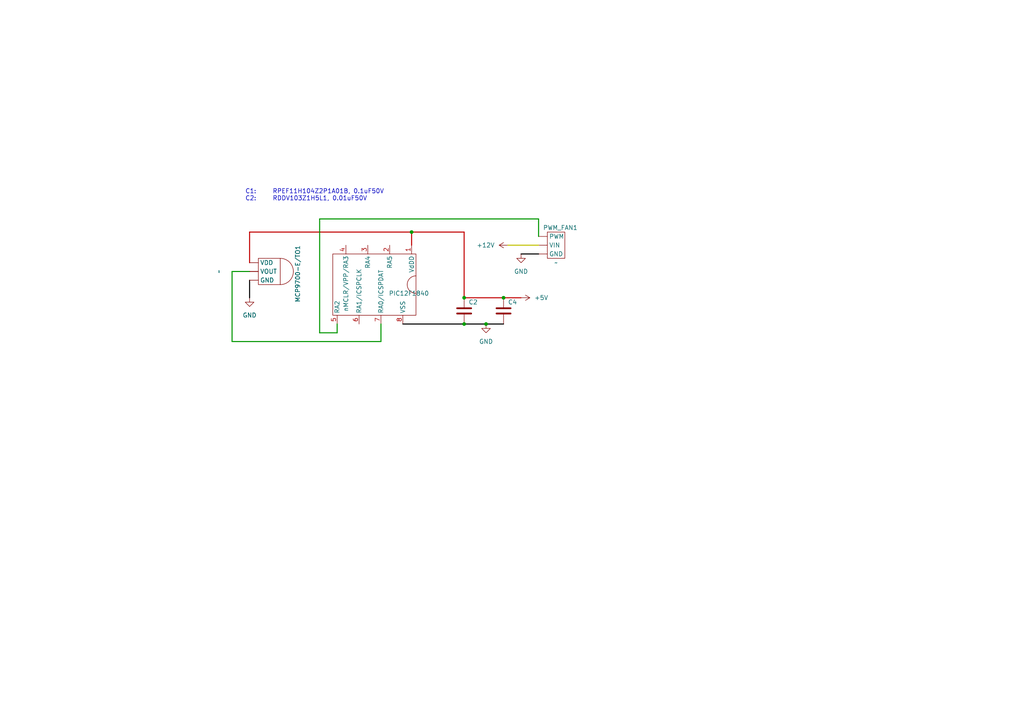
<source format=kicad_sch>
(kicad_sch (version 20230121) (generator eeschema)
  (paper "A4")
  (lib_symbols
    (symbol "Device:C" (pin_numbers hide) (pin_names (offset 0.254))
      (property "Reference" "C" (at 0.635 2.54 0))
      (property "Value" "C" (at 0.635 -2.54 0))
      (symbol "C_0_1"
        (polyline (pts (xy -2.032 -0.762) (xy 2.032 -0.762)) (stroke (width 0.508)))
        (polyline (pts (xy -2.032 0.762) (xy 2.032 0.762)) (stroke (width 0.508)))
      )
      (symbol "C_1_1"
        (pin passive line (at 0 3.81 270) (length 2.794) (name "~") (number "1"))
        (pin passive line (at 0 -3.81 90) (length 2.794) (name "~") (number "2"))
      )
    )
    (symbol "Ore:MCP9700-E/TO"
      (property "Reference" "MCP9700-E/TO" (at 0 0 0))
      (symbol "MCP9700-E/TO_0_1"
        (rectangle (start -3.81 17.78) (end 3.81 11.43))
        (arc (start 0 21.59) (mid -2.6941 20.4741) (end -3.81 17.78))
        (arc (start 3.81 17.78) (mid 2.6941 20.4741) (end 0 21.59))
      )
      (symbol "MCP9700-E/TO_1_1"
        (pin power_out line (at 2.54 8.89 90) (length 2.54) (name "GND") (number ""))
        (pin power_in line (at -2.54 8.89 90) (length 2.54) (name "VDD") (number ""))
        (pin output line (at 0 8.89 90) (length 2.54) (name "VOUT") (number ""))
      )
    )
    (symbol "Ore:PIC12F1840"
      (property "Reference" "PIC12F1840" (at 0 0 0))
      (symbol "PIC12F1840_0_1"
        (rectangle (start -7.62 26.67) (end 10.16 2.54))
        (arc (start -1.27 26.67) (mid -0.5261 24.8739) (end 1.27 24.13))
        (arc (start 1.27 24.13) (mid 3.0661 24.8739) (end 3.81 26.67))
      )
      (symbol "PIC12F1840_1_1"
        (pin power_in line (at -10.16 25.4 0) (length 2.54) (name "VdDD") (number "1"))
        (pin bidirectional line (at -10.16 19.05 0) (length 2.54) (name "RA5") (number "2"))
        (pin bidirectional line (at -10.16 12.7 0) (length 2.54) (name "RA4") (number "3"))
        (pin bidirectional line (at -10.16 6.35 0) (length 2.54) (name "nMCLR/VPP/RA3") (number "4"))
        (pin bidirectional line (at 12.7 3.81 180) (length 2.54) (name "RA2") (number "5"))
        (pin bidirectional line (at 12.7 10.16 180) (length 2.54) (name "RA1/ICSPCLK") (number "6"))
        (pin bidirectional line (at 12.7 16.51 180) (length 2.54) (name "RA0/ICSPDAT") (number "7"))
        (pin power_out line (at 12.7 22.86 180) (length 2.54) (name "VSS") (number "8"))
      )
    )
    (symbol "Ore:PWM_FAN"
      (property "Reference" "PWM_FAN" (at 0 0 0))
      (symbol "PWM_FAN_0_1"
        (rectangle (start -2.54 8.89) (end 2.54 1.27))
      )
      (symbol "PWM_FAN_1_1"
        (pin input line (at -5.08 2.54 0) (length 2.54) (name "GND") (number ""))
        (pin input line (at -5.08 7.62 0) (length 2.54) (name "PWM") (number ""))
        (pin input line (at -5.08 5.08 0) (length 2.54) (name "VIN") (number ""))
      )
    )
    (symbol "power:+12V" (power) (pin_names (offset 0))
      (property "Value" "+12V" (at 0 3.556 0))
      (symbol "+12V_0_1"
        (polyline (pts (xy -0.762 1.27) (xy 0 2.54)))
        (polyline (pts (xy 0 0) (xy 0 2.54)))
        (polyline (pts (xy 0 2.54) (xy 0.762 1.27)))
      )
      (symbol "+12V_1_1"
        (pin power_in line (at 0 0 90) (length 0) hide (name "+12V") (number "1"))
      )
    )
    (symbol "power:+5V" (power) (pin_names (offset 0))
      (property "Value" "+5V" (at 0 3.556 0))
      (symbol "+5V_0_1"
        (polyline (pts (xy -0.762 1.27) (xy 0 2.54)))
        (polyline (pts (xy 0 0) (xy 0 2.54)))
        (polyline (pts (xy 0 2.54) (xy 0.762 1.27)))
      )
      (symbol "+5V_1_1"
        (pin power_in line (at 0 0 90) (length 0) hide (name "+5V") (number "1"))
      )
    )
    (symbol "power:GND" (power) (pin_names (offset 0))
      (property "Value" "GND" (at 0 -3.81 0))
      (symbol "GND_0_1"
        (polyline (pts (xy 0 0) (xy 0 -1.27) (xy 1.27 -1.27) (xy 0 -2.54) (xy -1.27 -1.27) (xy 0 -1.27)))
      )
      (symbol "GND_1_1"
        (pin power_in line (at 0 0 270) (length 0) hide (name "GND") (number "1"))
      )
    )
  )
  (junction (at 119.38 67.31))
  (junction (at 134.62 86.36))
  (junction (at 146.05 86.36))
  (junction (at 134.62 93.98))
  (junction (at 140.97 93.98))
  (wire (pts (xy 92.71 63.5) (xy 156.21 63.5)) (stroke (width 0.3)))
  (wire (pts (xy 67.31 99.06) (xy 110.49 99.06)) (stroke (width 0.3)))
  (wire (pts (xy 134.62 93.98) (xy 140.97 93.98)) (stroke (width 0.3) (color 0 0 0 1)))
  (wire (pts (xy 67.31 99.06) (xy 67.31 78.74)) (stroke (width 0.3)))
  (wire (pts (xy 119.38 67.31) (xy 72.39 67.31)) (stroke (width 0.3) (color 194 0 0 1)))
  (wire (pts (xy 110.49 93.98) (xy 110.49 99.06)) (stroke (width 0.3)))
  (wire (pts (xy 156.21 73.66) (xy 151.13 73.66)) (stroke (width 0.3) (color 0 0 0 1)))
  (wire (pts (xy 116.84 93.98) (xy 134.62 93.98)) (stroke (width 0.3) (color 0 0 0 1)))
  (wire (pts (xy 72.39 81.28) (xy 72.39 86.36)) (stroke (width 0.3) (color 0 0 0 1)))
  (wire (pts (xy 97.79 96.52) (xy 92.71 96.52)) (stroke (width 0.3)))
  (wire (pts (xy 119.38 67.31) (xy 119.38 71.12)) (stroke (width 0.3) (color 194 0 0 1)))
  (wire (pts (xy 97.79 93.98) (xy 97.79 96.52)) (stroke (width 0.3)))
  (wire (pts (xy 156.21 71.12) (xy 147.32 71.12)) (stroke (width 0.3) (color 194 194 0 1)))
  (wire (pts (xy 67.31 78.74) (xy 72.39 78.74)) (stroke (width 0.3)))
  (wire (pts (xy 72.39 67.31) (xy 72.39 76.2)) (stroke (width 0.3) (color 194 0 0 1)))
  (wire (pts (xy 134.62 86.36) (xy 134.62 67.31)) (stroke (width 0.3) (color 194 0 0 1)))
  (wire (pts (xy 146.05 86.36) (xy 134.62 86.36)) (stroke (width 0.3) (color 194 0 0 1)))
  (wire (pts (xy 146.05 86.36) (xy 151.13 86.36)) (stroke (width 0.3) (color 194 0 0 1)))
  (wire (pts (xy 140.97 93.98) (xy 146.05 93.98)) (stroke (width 0.3) (color 0 0 0 1)))
  (wire (pts (xy 156.21 63.5) (xy 156.21 68.58)) (stroke (width 0.3)))
  (wire (pts (xy 119.38 67.31) (xy 134.62 67.31)) (stroke (width 0.3) (color 194 0 0 1)))
  (wire (pts (xy 92.71 96.52) (xy 92.71 63.5)) (stroke (width 0.3)))
  (text "C1:     RPEF11H104Z2P1A01B, 0.1uF50V\nC2:     RDDV103Z1H5L1, 0.01uF50V" (at 71.12 58.42 0) (effects (font (size 1.27 1.27)) (justify left bottom)))
  (symbol (lib_id "power:+12V") (at 147.32 71.12 90) (mirror x) (unit 1)
    (property "Reference" "#PWR08" (effects hide))
    (property "Value" "+12V" (at 143.51 71.12 90) (effects (justify left)))
  )
  (symbol (lib_id "Ore:PWM_FAN") (at 161.29 76.2 0) (unit 1)
    (property "Reference" "PWM_FAN1" (at 157.48 66.04 0) (effects (justify left)))
    (property "Value" "~" (at 161.29 76.2 0))
  )
  (symbol (lib_id "power:GND") (at 72.39 86.36 0) (unit 1)
    (property "Reference" "#PWR01" (effects hide))
    (property "Value" "GND" (at 72.39 91.44 0))
  )
  (symbol (lib_id "power:GND") (at 140.97 93.98 0) (unit 1)
    (property "Reference" "#PWR05" (effects hide))
    (property "Value" "GND" (at 140.97 99.06 0))
  )
  (symbol (lib_id "Device:C") (at 134.62 90.17 0) (unit 1)
    (property "Reference" "C2" (at 135.89 87.63 0) (effects (justify left)))
    (property "Value" "C" (effects hide))
  )
  (symbol (lib_id "Device:C") (at 146.05 90.17 0) (unit 1)
    (property "Reference" "C4" (at 147.32 87.63 0) (effects (justify left)))
    (property "Value" "C" (effects hide))
  )
  (symbol (lib_id "Ore:PIC12F1840") (at 93.98 81.28 270) (unit 1)
    (property "Reference" "P1" (effects hide))
    (property "Value" "PIC12F1840" (at 124.46 85.09 90) (effects (justify right)))
  )
  (symbol (lib_id "power:GND") (at 151.13 73.66 0) (mirror y) (unit 1)
    (property "Reference" "#PWR02" (effects hide))
    (property "Value" "GND" (at 151.13 78.74 0))
  )
  (symbol (lib_id "Ore:MCP9700-E/TO") (at 63.5 78.74 270) (unit 1)
    (property "Reference" "MCP9700-E/TO1" (at 86.36 71.12 0) (effects (justify left)))
    (property "Value" "~" (at 63.5 78.74 0))
  )
  (symbol (lib_id "power:+5V") (at 151.13 86.36 270) (unit 1)
    (property "Reference" "#PWR03" (effects hide))
    (property "Value" "+5V" (at 154.94 86.36 90) (effects (justify left)))
  )
)
</source>
